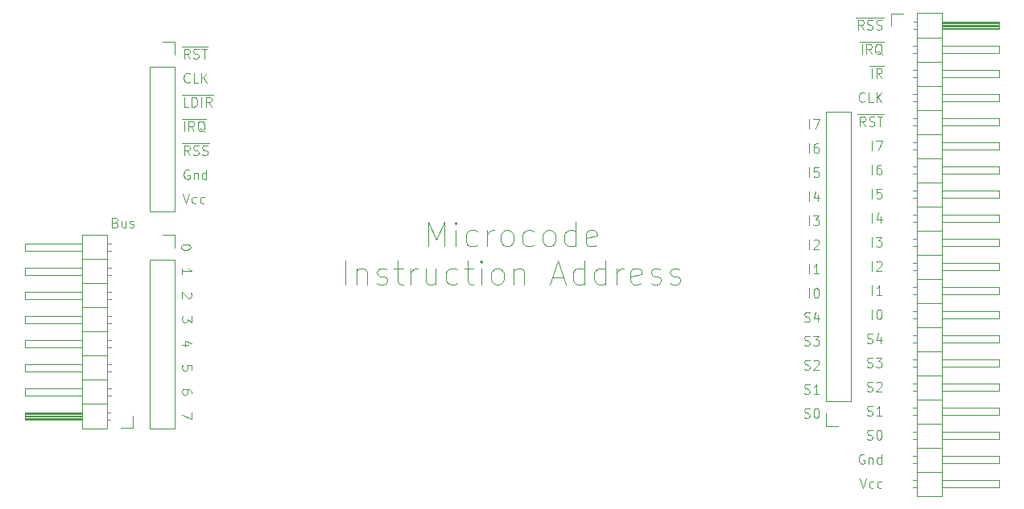
<source format=gbr>
%TF.GenerationSoftware,KiCad,Pcbnew,(6.0.0-0)*%
%TF.CreationDate,2022-08-12T09:14:49-04:00*%
%TF.ProjectId,Backplane-Instruction-Reg-2022,4261636b-706c-4616-9e65-2d496e737472,rev?*%
%TF.SameCoordinates,Original*%
%TF.FileFunction,Legend,Top*%
%TF.FilePolarity,Positive*%
%FSLAX46Y46*%
G04 Gerber Fmt 4.6, Leading zero omitted, Abs format (unit mm)*
G04 Created by KiCad (PCBNEW (6.0.0-0)) date 2022-08-12 09:14:49*
%MOMM*%
%LPD*%
G01*
G04 APERTURE LIST*
%ADD10C,0.100000*%
%ADD11C,0.120000*%
G04 APERTURE END LIST*
D10*
X180084714Y-94638761D02*
X180227571Y-94686380D01*
X180465666Y-94686380D01*
X180560904Y-94638761D01*
X180608523Y-94591142D01*
X180656142Y-94495904D01*
X180656142Y-94400666D01*
X180608523Y-94305428D01*
X180560904Y-94257809D01*
X180465666Y-94210190D01*
X180275190Y-94162571D01*
X180179952Y-94114952D01*
X180132333Y-94067333D01*
X180084714Y-93972095D01*
X180084714Y-93876857D01*
X180132333Y-93781619D01*
X180179952Y-93734000D01*
X180275190Y-93686380D01*
X180513285Y-93686380D01*
X180656142Y-93734000D01*
X181513285Y-94019714D02*
X181513285Y-94686380D01*
X181275190Y-93638761D02*
X181037095Y-94353047D01*
X181656142Y-94353047D01*
X179084714Y-70544000D02*
X180084714Y-70544000D01*
X179894238Y-71826380D02*
X179560904Y-71350190D01*
X179322809Y-71826380D02*
X179322809Y-70826380D01*
X179703761Y-70826380D01*
X179799000Y-70874000D01*
X179846619Y-70921619D01*
X179894238Y-71016857D01*
X179894238Y-71159714D01*
X179846619Y-71254952D01*
X179799000Y-71302571D01*
X179703761Y-71350190D01*
X179322809Y-71350190D01*
X180084714Y-70544000D02*
X181037095Y-70544000D01*
X180275190Y-71778761D02*
X180418047Y-71826380D01*
X180656142Y-71826380D01*
X180751380Y-71778761D01*
X180799000Y-71731142D01*
X180846619Y-71635904D01*
X180846619Y-71540666D01*
X180799000Y-71445428D01*
X180751380Y-71397809D01*
X180656142Y-71350190D01*
X180465666Y-71302571D01*
X180370428Y-71254952D01*
X180322809Y-71207333D01*
X180275190Y-71112095D01*
X180275190Y-71016857D01*
X180322809Y-70921619D01*
X180370428Y-70874000D01*
X180465666Y-70826380D01*
X180703761Y-70826380D01*
X180846619Y-70874000D01*
X181037095Y-70544000D02*
X181799000Y-70544000D01*
X181132333Y-70826380D02*
X181703761Y-70826380D01*
X181418047Y-71826380D02*
X181418047Y-70826380D01*
X109005619Y-97505337D02*
X109005619Y-97029146D01*
X108529428Y-96981527D01*
X108577047Y-97029146D01*
X108624666Y-97124384D01*
X108624666Y-97362480D01*
X108577047Y-97457718D01*
X108529428Y-97505337D01*
X108434190Y-97552956D01*
X108196095Y-97552956D01*
X108100857Y-97505337D01*
X108053238Y-97457718D01*
X108005619Y-97362480D01*
X108005619Y-97124384D01*
X108053238Y-97029146D01*
X108100857Y-96981527D01*
X108015000Y-68512242D02*
X108824523Y-68512242D01*
X108729285Y-69794622D02*
X108253095Y-69794622D01*
X108253095Y-68794622D01*
X108824523Y-68512242D02*
X109824523Y-68512242D01*
X109062619Y-69794622D02*
X109062619Y-68794622D01*
X109300714Y-68794622D01*
X109443571Y-68842242D01*
X109538809Y-68937480D01*
X109586428Y-69032718D01*
X109634047Y-69223194D01*
X109634047Y-69366051D01*
X109586428Y-69556527D01*
X109538809Y-69651765D01*
X109443571Y-69747003D01*
X109300714Y-69794622D01*
X109062619Y-69794622D01*
X109824523Y-68512242D02*
X110300714Y-68512242D01*
X110062619Y-69794622D02*
X110062619Y-68794622D01*
X110300714Y-68512242D02*
X111300714Y-68512242D01*
X111110238Y-69794622D02*
X110776904Y-69318432D01*
X110538809Y-69794622D02*
X110538809Y-68794622D01*
X110919761Y-68794622D01*
X111015000Y-68842242D01*
X111062619Y-68889861D01*
X111110238Y-68985099D01*
X111110238Y-69127956D01*
X111062619Y-69223194D01*
X111015000Y-69270813D01*
X110919761Y-69318432D01*
X110538809Y-69318432D01*
X108910380Y-89361527D02*
X108958000Y-89409146D01*
X109005619Y-89504384D01*
X109005619Y-89742480D01*
X108958000Y-89837718D01*
X108910380Y-89885337D01*
X108815142Y-89932956D01*
X108719904Y-89932956D01*
X108577047Y-89885337D01*
X108005619Y-89313908D01*
X108005619Y-89932956D01*
X108015000Y-73592242D02*
X109015000Y-73592242D01*
X108824523Y-74874622D02*
X108491190Y-74398432D01*
X108253095Y-74874622D02*
X108253095Y-73874622D01*
X108634047Y-73874622D01*
X108729285Y-73922242D01*
X108776904Y-73969861D01*
X108824523Y-74065099D01*
X108824523Y-74207956D01*
X108776904Y-74303194D01*
X108729285Y-74350813D01*
X108634047Y-74398432D01*
X108253095Y-74398432D01*
X109015000Y-73592242D02*
X109967380Y-73592242D01*
X109205476Y-74827003D02*
X109348333Y-74874622D01*
X109586428Y-74874622D01*
X109681666Y-74827003D01*
X109729285Y-74779384D01*
X109776904Y-74684146D01*
X109776904Y-74588908D01*
X109729285Y-74493670D01*
X109681666Y-74446051D01*
X109586428Y-74398432D01*
X109395952Y-74350813D01*
X109300714Y-74303194D01*
X109253095Y-74255575D01*
X109205476Y-74160337D01*
X109205476Y-74065099D01*
X109253095Y-73969861D01*
X109300714Y-73922242D01*
X109395952Y-73874622D01*
X109634047Y-73874622D01*
X109776904Y-73922242D01*
X109967380Y-73592242D02*
X110919761Y-73592242D01*
X110157857Y-74827003D02*
X110300714Y-74874622D01*
X110538809Y-74874622D01*
X110634047Y-74827003D01*
X110681666Y-74779384D01*
X110729285Y-74684146D01*
X110729285Y-74588908D01*
X110681666Y-74493670D01*
X110634047Y-74446051D01*
X110538809Y-74398432D01*
X110348333Y-74350813D01*
X110253095Y-74303194D01*
X110205476Y-74255575D01*
X110157857Y-74160337D01*
X110157857Y-74065099D01*
X110205476Y-73969861D01*
X110253095Y-73922242D01*
X110348333Y-73874622D01*
X110586428Y-73874622D01*
X110729285Y-73922242D01*
X107910380Y-84614861D02*
X107910380Y-84519622D01*
X107958000Y-84424384D01*
X108005619Y-84376765D01*
X108100857Y-84329146D01*
X108291333Y-84281527D01*
X108529428Y-84281527D01*
X108719904Y-84329146D01*
X108815142Y-84376765D01*
X108862761Y-84424384D01*
X108910380Y-84519622D01*
X108910380Y-84614861D01*
X108862761Y-84710099D01*
X108815142Y-84757718D01*
X108719904Y-84805337D01*
X108529428Y-84852956D01*
X108291333Y-84852956D01*
X108100857Y-84805337D01*
X108005619Y-84757718D01*
X107958000Y-84710099D01*
X107910380Y-84614861D01*
X174004523Y-87350380D02*
X174004523Y-86350380D01*
X175004523Y-87350380D02*
X174433095Y-87350380D01*
X174718809Y-87350380D02*
X174718809Y-86350380D01*
X174623571Y-86493238D01*
X174528333Y-86588476D01*
X174433095Y-86636095D01*
X173480714Y-102507761D02*
X173623571Y-102555380D01*
X173861666Y-102555380D01*
X173956904Y-102507761D01*
X174004523Y-102460142D01*
X174052142Y-102364904D01*
X174052142Y-102269666D01*
X174004523Y-102174428D01*
X173956904Y-102126809D01*
X173861666Y-102079190D01*
X173671190Y-102031571D01*
X173575952Y-101983952D01*
X173528333Y-101936333D01*
X173480714Y-101841095D01*
X173480714Y-101745857D01*
X173528333Y-101650619D01*
X173575952Y-101603000D01*
X173671190Y-101555380D01*
X173909285Y-101555380D01*
X174052142Y-101603000D01*
X174671190Y-101555380D02*
X174766428Y-101555380D01*
X174861666Y-101603000D01*
X174909285Y-101650619D01*
X174956904Y-101745857D01*
X175004523Y-101936333D01*
X175004523Y-102174428D01*
X174956904Y-102364904D01*
X174909285Y-102460142D01*
X174861666Y-102507761D01*
X174766428Y-102555380D01*
X174671190Y-102555380D01*
X174575952Y-102507761D01*
X174528333Y-102460142D01*
X174480714Y-102364904D01*
X174433095Y-102174428D01*
X174433095Y-101936333D01*
X174480714Y-101745857D01*
X174528333Y-101650619D01*
X174575952Y-101603000D01*
X174671190Y-101555380D01*
X108110238Y-78954622D02*
X108443571Y-79954622D01*
X108776904Y-78954622D01*
X109538809Y-79907003D02*
X109443571Y-79954622D01*
X109253095Y-79954622D01*
X109157857Y-79907003D01*
X109110238Y-79859384D01*
X109062619Y-79764146D01*
X109062619Y-79478432D01*
X109110238Y-79383194D01*
X109157857Y-79335575D01*
X109253095Y-79287956D01*
X109443571Y-79287956D01*
X109538809Y-79335575D01*
X110395952Y-79907003D02*
X110300714Y-79954622D01*
X110110238Y-79954622D01*
X110015000Y-79907003D01*
X109967380Y-79859384D01*
X109919761Y-79764146D01*
X109919761Y-79478432D01*
X109967380Y-79383194D01*
X110015000Y-79335575D01*
X110110238Y-79287956D01*
X110300714Y-79287956D01*
X110395952Y-79335575D01*
X174004523Y-82270380D02*
X174004523Y-81270380D01*
X174385476Y-81270380D02*
X175004523Y-81270380D01*
X174671190Y-81651333D01*
X174814047Y-81651333D01*
X174909285Y-81698952D01*
X174956904Y-81746571D01*
X175004523Y-81841809D01*
X175004523Y-82079904D01*
X174956904Y-82175142D01*
X174909285Y-82222761D01*
X174814047Y-82270380D01*
X174528333Y-82270380D01*
X174433095Y-82222761D01*
X174385476Y-82175142D01*
X174004523Y-74650380D02*
X174004523Y-73650380D01*
X174909285Y-73650380D02*
X174718809Y-73650380D01*
X174623571Y-73698000D01*
X174575952Y-73745619D01*
X174480714Y-73888476D01*
X174433095Y-74078952D01*
X174433095Y-74459904D01*
X174480714Y-74555142D01*
X174528333Y-74602761D01*
X174623571Y-74650380D01*
X174814047Y-74650380D01*
X174909285Y-74602761D01*
X174956904Y-74555142D01*
X175004523Y-74459904D01*
X175004523Y-74221809D01*
X174956904Y-74126571D01*
X174909285Y-74078952D01*
X174814047Y-74031333D01*
X174623571Y-74031333D01*
X174528333Y-74078952D01*
X174480714Y-74126571D01*
X174433095Y-74221809D01*
X108015000Y-63432242D02*
X109015000Y-63432242D01*
X108824523Y-64714622D02*
X108491190Y-64238432D01*
X108253095Y-64714622D02*
X108253095Y-63714622D01*
X108634047Y-63714622D01*
X108729285Y-63762242D01*
X108776904Y-63809861D01*
X108824523Y-63905099D01*
X108824523Y-64047956D01*
X108776904Y-64143194D01*
X108729285Y-64190813D01*
X108634047Y-64238432D01*
X108253095Y-64238432D01*
X109015000Y-63432242D02*
X109967380Y-63432242D01*
X109205476Y-64667003D02*
X109348333Y-64714622D01*
X109586428Y-64714622D01*
X109681666Y-64667003D01*
X109729285Y-64619384D01*
X109776904Y-64524146D01*
X109776904Y-64428908D01*
X109729285Y-64333670D01*
X109681666Y-64286051D01*
X109586428Y-64238432D01*
X109395952Y-64190813D01*
X109300714Y-64143194D01*
X109253095Y-64095575D01*
X109205476Y-64000337D01*
X109205476Y-63905099D01*
X109253095Y-63809861D01*
X109300714Y-63762242D01*
X109395952Y-63714622D01*
X109634047Y-63714622D01*
X109776904Y-63762242D01*
X109967380Y-63432242D02*
X110729285Y-63432242D01*
X110062619Y-63714622D02*
X110634047Y-63714622D01*
X110348333Y-64714622D02*
X110348333Y-63714622D01*
X174004523Y-89890380D02*
X174004523Y-88890380D01*
X174671190Y-88890380D02*
X174766428Y-88890380D01*
X174861666Y-88938000D01*
X174909285Y-88985619D01*
X174956904Y-89080857D01*
X175004523Y-89271333D01*
X175004523Y-89509428D01*
X174956904Y-89699904D01*
X174909285Y-89795142D01*
X174861666Y-89842761D01*
X174766428Y-89890380D01*
X174671190Y-89890380D01*
X174575952Y-89842761D01*
X174528333Y-89795142D01*
X174480714Y-89699904D01*
X174433095Y-89509428D01*
X174433095Y-89271333D01*
X174480714Y-89080857D01*
X174528333Y-88985619D01*
X174575952Y-88938000D01*
X174671190Y-88890380D01*
X108776904Y-76462242D02*
X108681666Y-76414622D01*
X108538809Y-76414622D01*
X108395952Y-76462242D01*
X108300714Y-76557480D01*
X108253095Y-76652718D01*
X108205476Y-76843194D01*
X108205476Y-76986051D01*
X108253095Y-77176527D01*
X108300714Y-77271765D01*
X108395952Y-77367003D01*
X108538809Y-77414622D01*
X108634047Y-77414622D01*
X108776904Y-77367003D01*
X108824523Y-77319384D01*
X108824523Y-76986051D01*
X108634047Y-76986051D01*
X109253095Y-76747956D02*
X109253095Y-77414622D01*
X109253095Y-76843194D02*
X109300714Y-76795575D01*
X109395952Y-76747956D01*
X109538809Y-76747956D01*
X109634047Y-76795575D01*
X109681666Y-76890813D01*
X109681666Y-77414622D01*
X110586428Y-77414622D02*
X110586428Y-76414622D01*
X110586428Y-77367003D02*
X110491190Y-77414622D01*
X110300714Y-77414622D01*
X110205476Y-77367003D01*
X110157857Y-77319384D01*
X110110238Y-77224146D01*
X110110238Y-76938432D01*
X110157857Y-76843194D01*
X110205476Y-76795575D01*
X110300714Y-76747956D01*
X110491190Y-76747956D01*
X110586428Y-76795575D01*
X108672285Y-94917718D02*
X108005619Y-94917718D01*
X109053238Y-94679622D02*
X108338952Y-94441527D01*
X108338952Y-95060575D01*
X108015000Y-71052242D02*
X108491190Y-71052242D01*
X108253095Y-72334622D02*
X108253095Y-71334622D01*
X108491190Y-71052242D02*
X109491190Y-71052242D01*
X109300714Y-72334622D02*
X108967380Y-71858432D01*
X108729285Y-72334622D02*
X108729285Y-71334622D01*
X109110238Y-71334622D01*
X109205476Y-71382242D01*
X109253095Y-71429861D01*
X109300714Y-71525099D01*
X109300714Y-71667956D01*
X109253095Y-71763194D01*
X109205476Y-71810813D01*
X109110238Y-71858432D01*
X108729285Y-71858432D01*
X109491190Y-71052242D02*
X110538809Y-71052242D01*
X110395952Y-72429861D02*
X110300714Y-72382242D01*
X110205476Y-72287003D01*
X110062619Y-72144146D01*
X109967380Y-72096527D01*
X109872142Y-72096527D01*
X109919761Y-72334622D02*
X109824523Y-72287003D01*
X109729285Y-72191765D01*
X109681666Y-72001289D01*
X109681666Y-71667956D01*
X109729285Y-71477480D01*
X109824523Y-71382242D01*
X109919761Y-71334622D01*
X110110238Y-71334622D01*
X110205476Y-71382242D01*
X110300714Y-71477480D01*
X110348333Y-71667956D01*
X110348333Y-72001289D01*
X110300714Y-72191765D01*
X110205476Y-72287003D01*
X110110238Y-72334622D01*
X109919761Y-72334622D01*
X173480714Y-92382761D02*
X173623571Y-92430380D01*
X173861666Y-92430380D01*
X173956904Y-92382761D01*
X174004523Y-92335142D01*
X174052142Y-92239904D01*
X174052142Y-92144666D01*
X174004523Y-92049428D01*
X173956904Y-92001809D01*
X173861666Y-91954190D01*
X173671190Y-91906571D01*
X173575952Y-91858952D01*
X173528333Y-91811333D01*
X173480714Y-91716095D01*
X173480714Y-91620857D01*
X173528333Y-91525619D01*
X173575952Y-91478000D01*
X173671190Y-91430380D01*
X173909285Y-91430380D01*
X174052142Y-91478000D01*
X174909285Y-91763714D02*
X174909285Y-92430380D01*
X174671190Y-91382761D02*
X174433095Y-92097047D01*
X175052142Y-92097047D01*
X174004523Y-84810380D02*
X174004523Y-83810380D01*
X174433095Y-83905619D02*
X174480714Y-83858000D01*
X174575952Y-83810380D01*
X174814047Y-83810380D01*
X174909285Y-83858000D01*
X174956904Y-83905619D01*
X175004523Y-84000857D01*
X175004523Y-84096095D01*
X174956904Y-84238952D01*
X174385476Y-84810380D01*
X175004523Y-84810380D01*
X109005619Y-99997718D02*
X109005619Y-99807242D01*
X108958000Y-99712003D01*
X108910380Y-99664384D01*
X108767523Y-99569146D01*
X108577047Y-99521527D01*
X108196095Y-99521527D01*
X108100857Y-99569146D01*
X108053238Y-99616765D01*
X108005619Y-99712003D01*
X108005619Y-99902480D01*
X108053238Y-99997718D01*
X108100857Y-100045337D01*
X108196095Y-100092956D01*
X108434190Y-100092956D01*
X108529428Y-100045337D01*
X108577047Y-99997718D01*
X108624666Y-99902480D01*
X108624666Y-99712003D01*
X108577047Y-99616765D01*
X108529428Y-99569146D01*
X108434190Y-99521527D01*
X174004523Y-72110380D02*
X174004523Y-71110380D01*
X174385476Y-71110380D02*
X175052142Y-71110380D01*
X174623571Y-72110380D01*
X108005619Y-87392956D02*
X108005619Y-86821527D01*
X108005619Y-87107242D02*
X109005619Y-87107242D01*
X108862761Y-87012003D01*
X108767523Y-86916765D01*
X108719904Y-86821527D01*
X173480714Y-94887761D02*
X173623571Y-94935380D01*
X173861666Y-94935380D01*
X173956904Y-94887761D01*
X174004523Y-94840142D01*
X174052142Y-94744904D01*
X174052142Y-94649666D01*
X174004523Y-94554428D01*
X173956904Y-94506809D01*
X173861666Y-94459190D01*
X173671190Y-94411571D01*
X173575952Y-94363952D01*
X173528333Y-94316333D01*
X173480714Y-94221095D01*
X173480714Y-94125857D01*
X173528333Y-94030619D01*
X173575952Y-93983000D01*
X173671190Y-93935380D01*
X173909285Y-93935380D01*
X174052142Y-93983000D01*
X174385476Y-93935380D02*
X175004523Y-93935380D01*
X174671190Y-94316333D01*
X174814047Y-94316333D01*
X174909285Y-94363952D01*
X174956904Y-94411571D01*
X175004523Y-94506809D01*
X175004523Y-94744904D01*
X174956904Y-94840142D01*
X174909285Y-94887761D01*
X174814047Y-94935380D01*
X174528333Y-94935380D01*
X174433095Y-94887761D01*
X174385476Y-94840142D01*
X174004523Y-77190380D02*
X174004523Y-76190380D01*
X174956904Y-76190380D02*
X174480714Y-76190380D01*
X174433095Y-76666571D01*
X174480714Y-76618952D01*
X174575952Y-76571333D01*
X174814047Y-76571333D01*
X174909285Y-76618952D01*
X174956904Y-76666571D01*
X175004523Y-76761809D01*
X175004523Y-76999904D01*
X174956904Y-77095142D01*
X174909285Y-77142761D01*
X174814047Y-77190380D01*
X174575952Y-77190380D01*
X174480714Y-77142761D01*
X174433095Y-77095142D01*
X109005619Y-102013908D02*
X109005619Y-102680575D01*
X108005619Y-102252003D01*
X109005619Y-91853908D02*
X109005619Y-92472956D01*
X108624666Y-92139622D01*
X108624666Y-92282480D01*
X108577047Y-92377718D01*
X108529428Y-92425337D01*
X108434190Y-92472956D01*
X108196095Y-92472956D01*
X108100857Y-92425337D01*
X108053238Y-92377718D01*
X108005619Y-92282480D01*
X108005619Y-91996765D01*
X108053238Y-91901527D01*
X108100857Y-91853908D01*
X173480714Y-97427761D02*
X173623571Y-97475380D01*
X173861666Y-97475380D01*
X173956904Y-97427761D01*
X174004523Y-97380142D01*
X174052142Y-97284904D01*
X174052142Y-97189666D01*
X174004523Y-97094428D01*
X173956904Y-97046809D01*
X173861666Y-96999190D01*
X173671190Y-96951571D01*
X173575952Y-96903952D01*
X173528333Y-96856333D01*
X173480714Y-96761095D01*
X173480714Y-96665857D01*
X173528333Y-96570619D01*
X173575952Y-96523000D01*
X173671190Y-96475380D01*
X173909285Y-96475380D01*
X174052142Y-96523000D01*
X174433095Y-96570619D02*
X174480714Y-96523000D01*
X174575952Y-96475380D01*
X174814047Y-96475380D01*
X174909285Y-96523000D01*
X174956904Y-96570619D01*
X175004523Y-96665857D01*
X175004523Y-96761095D01*
X174956904Y-96903952D01*
X174385476Y-97475380D01*
X175004523Y-97475380D01*
X174004523Y-79730380D02*
X174004523Y-78730380D01*
X174909285Y-79063714D02*
X174909285Y-79730380D01*
X174671190Y-78682761D02*
X174433095Y-79397047D01*
X175052142Y-79397047D01*
X108824523Y-67159384D02*
X108776904Y-67207003D01*
X108634047Y-67254622D01*
X108538809Y-67254622D01*
X108395952Y-67207003D01*
X108300714Y-67111765D01*
X108253095Y-67016527D01*
X108205476Y-66826051D01*
X108205476Y-66683194D01*
X108253095Y-66492718D01*
X108300714Y-66397480D01*
X108395952Y-66302242D01*
X108538809Y-66254622D01*
X108634047Y-66254622D01*
X108776904Y-66302242D01*
X108824523Y-66349861D01*
X109729285Y-67254622D02*
X109253095Y-67254622D01*
X109253095Y-66254622D01*
X110062619Y-67254622D02*
X110062619Y-66254622D01*
X110634047Y-67254622D02*
X110205476Y-66683194D01*
X110634047Y-66254622D02*
X110062619Y-66826051D01*
X173480714Y-99967761D02*
X173623571Y-100015380D01*
X173861666Y-100015380D01*
X173956904Y-99967761D01*
X174004523Y-99920142D01*
X174052142Y-99824904D01*
X174052142Y-99729666D01*
X174004523Y-99634428D01*
X173956904Y-99586809D01*
X173861666Y-99539190D01*
X173671190Y-99491571D01*
X173575952Y-99443952D01*
X173528333Y-99396333D01*
X173480714Y-99301095D01*
X173480714Y-99205857D01*
X173528333Y-99110619D01*
X173575952Y-99063000D01*
X173671190Y-99015380D01*
X173909285Y-99015380D01*
X174052142Y-99063000D01*
X175004523Y-100015380D02*
X174433095Y-100015380D01*
X174718809Y-100015380D02*
X174718809Y-99015380D01*
X174623571Y-99158238D01*
X174528333Y-99253476D01*
X174433095Y-99301095D01*
X180084714Y-102258761D02*
X180227571Y-102306380D01*
X180465666Y-102306380D01*
X180560904Y-102258761D01*
X180608523Y-102211142D01*
X180656142Y-102115904D01*
X180656142Y-102020666D01*
X180608523Y-101925428D01*
X180560904Y-101877809D01*
X180465666Y-101830190D01*
X180275190Y-101782571D01*
X180179952Y-101734952D01*
X180132333Y-101687333D01*
X180084714Y-101592095D01*
X180084714Y-101496857D01*
X180132333Y-101401619D01*
X180179952Y-101354000D01*
X180275190Y-101306380D01*
X180513285Y-101306380D01*
X180656142Y-101354000D01*
X181608523Y-102306380D02*
X181037095Y-102306380D01*
X181322809Y-102306380D02*
X181322809Y-101306380D01*
X181227571Y-101449238D01*
X181132333Y-101544476D01*
X181037095Y-101592095D01*
X180084714Y-104798761D02*
X180227571Y-104846380D01*
X180465666Y-104846380D01*
X180560904Y-104798761D01*
X180608523Y-104751142D01*
X180656142Y-104655904D01*
X180656142Y-104560666D01*
X180608523Y-104465428D01*
X180560904Y-104417809D01*
X180465666Y-104370190D01*
X180275190Y-104322571D01*
X180179952Y-104274952D01*
X180132333Y-104227333D01*
X180084714Y-104132095D01*
X180084714Y-104036857D01*
X180132333Y-103941619D01*
X180179952Y-103894000D01*
X180275190Y-103846380D01*
X180513285Y-103846380D01*
X180656142Y-103894000D01*
X181275190Y-103846380D02*
X181370428Y-103846380D01*
X181465666Y-103894000D01*
X181513285Y-103941619D01*
X181560904Y-104036857D01*
X181608523Y-104227333D01*
X181608523Y-104465428D01*
X181560904Y-104655904D01*
X181513285Y-104751142D01*
X181465666Y-104798761D01*
X181370428Y-104846380D01*
X181275190Y-104846380D01*
X181179952Y-104798761D01*
X181132333Y-104751142D01*
X181084714Y-104655904D01*
X181037095Y-104465428D01*
X181037095Y-104227333D01*
X181084714Y-104036857D01*
X181132333Y-103941619D01*
X181179952Y-103894000D01*
X181275190Y-103846380D01*
X180608523Y-81986380D02*
X180608523Y-80986380D01*
X181513285Y-81319714D02*
X181513285Y-81986380D01*
X181275190Y-80938761D02*
X181037095Y-81653047D01*
X181656142Y-81653047D01*
X180608523Y-79446380D02*
X180608523Y-78446380D01*
X181560904Y-78446380D02*
X181084714Y-78446380D01*
X181037095Y-78922571D01*
X181084714Y-78874952D01*
X181179952Y-78827333D01*
X181418047Y-78827333D01*
X181513285Y-78874952D01*
X181560904Y-78922571D01*
X181608523Y-79017809D01*
X181608523Y-79255904D01*
X181560904Y-79351142D01*
X181513285Y-79398761D01*
X181418047Y-79446380D01*
X181179952Y-79446380D01*
X181084714Y-79398761D01*
X181037095Y-79351142D01*
X179275190Y-62924000D02*
X179751380Y-62924000D01*
X179513285Y-64206380D02*
X179513285Y-63206380D01*
X179751380Y-62924000D02*
X180751380Y-62924000D01*
X180560904Y-64206380D02*
X180227571Y-63730190D01*
X179989476Y-64206380D02*
X179989476Y-63206380D01*
X180370428Y-63206380D01*
X180465666Y-63254000D01*
X180513285Y-63301619D01*
X180560904Y-63396857D01*
X180560904Y-63539714D01*
X180513285Y-63634952D01*
X180465666Y-63682571D01*
X180370428Y-63730190D01*
X179989476Y-63730190D01*
X180751380Y-62924000D02*
X181799000Y-62924000D01*
X181656142Y-64301619D02*
X181560904Y-64254000D01*
X181465666Y-64158761D01*
X181322809Y-64015904D01*
X181227571Y-63968285D01*
X181132333Y-63968285D01*
X181179952Y-64206380D02*
X181084714Y-64158761D01*
X180989476Y-64063523D01*
X180941857Y-63873047D01*
X180941857Y-63539714D01*
X180989476Y-63349238D01*
X181084714Y-63254000D01*
X181179952Y-63206380D01*
X181370428Y-63206380D01*
X181465666Y-63254000D01*
X181560904Y-63349238D01*
X181608523Y-63539714D01*
X181608523Y-63873047D01*
X181560904Y-64063523D01*
X181465666Y-64158761D01*
X181370428Y-64206380D01*
X181179952Y-64206380D01*
X180084714Y-99718761D02*
X180227571Y-99766380D01*
X180465666Y-99766380D01*
X180560904Y-99718761D01*
X180608523Y-99671142D01*
X180656142Y-99575904D01*
X180656142Y-99480666D01*
X180608523Y-99385428D01*
X180560904Y-99337809D01*
X180465666Y-99290190D01*
X180275190Y-99242571D01*
X180179952Y-99194952D01*
X180132333Y-99147333D01*
X180084714Y-99052095D01*
X180084714Y-98956857D01*
X180132333Y-98861619D01*
X180179952Y-98814000D01*
X180275190Y-98766380D01*
X180513285Y-98766380D01*
X180656142Y-98814000D01*
X181037095Y-98861619D02*
X181084714Y-98814000D01*
X181179952Y-98766380D01*
X181418047Y-98766380D01*
X181513285Y-98814000D01*
X181560904Y-98861619D01*
X181608523Y-98956857D01*
X181608523Y-99052095D01*
X181560904Y-99194952D01*
X180989476Y-99766380D01*
X181608523Y-99766380D01*
X178894238Y-60384000D02*
X179894238Y-60384000D01*
X179703761Y-61666380D02*
X179370428Y-61190190D01*
X179132333Y-61666380D02*
X179132333Y-60666380D01*
X179513285Y-60666380D01*
X179608523Y-60714000D01*
X179656142Y-60761619D01*
X179703761Y-60856857D01*
X179703761Y-60999714D01*
X179656142Y-61094952D01*
X179608523Y-61142571D01*
X179513285Y-61190190D01*
X179132333Y-61190190D01*
X179894238Y-60384000D02*
X180846619Y-60384000D01*
X180084714Y-61618761D02*
X180227571Y-61666380D01*
X180465666Y-61666380D01*
X180560904Y-61618761D01*
X180608523Y-61571142D01*
X180656142Y-61475904D01*
X180656142Y-61380666D01*
X180608523Y-61285428D01*
X180560904Y-61237809D01*
X180465666Y-61190190D01*
X180275190Y-61142571D01*
X180179952Y-61094952D01*
X180132333Y-61047333D01*
X180084714Y-60952095D01*
X180084714Y-60856857D01*
X180132333Y-60761619D01*
X180179952Y-60714000D01*
X180275190Y-60666380D01*
X180513285Y-60666380D01*
X180656142Y-60714000D01*
X180846619Y-60384000D02*
X181799000Y-60384000D01*
X181037095Y-61618761D02*
X181179952Y-61666380D01*
X181418047Y-61666380D01*
X181513285Y-61618761D01*
X181560904Y-61571142D01*
X181608523Y-61475904D01*
X181608523Y-61380666D01*
X181560904Y-61285428D01*
X181513285Y-61237809D01*
X181418047Y-61190190D01*
X181227571Y-61142571D01*
X181132333Y-61094952D01*
X181084714Y-61047333D01*
X181037095Y-60952095D01*
X181037095Y-60856857D01*
X181084714Y-60761619D01*
X181132333Y-60714000D01*
X181227571Y-60666380D01*
X181465666Y-60666380D01*
X181608523Y-60714000D01*
X180608523Y-74366380D02*
X180608523Y-73366380D01*
X180989476Y-73366380D02*
X181656142Y-73366380D01*
X181227571Y-74366380D01*
X180608523Y-76906380D02*
X180608523Y-75906380D01*
X181513285Y-75906380D02*
X181322809Y-75906380D01*
X181227571Y-75954000D01*
X181179952Y-76001619D01*
X181084714Y-76144476D01*
X181037095Y-76334952D01*
X181037095Y-76715904D01*
X181084714Y-76811142D01*
X181132333Y-76858761D01*
X181227571Y-76906380D01*
X181418047Y-76906380D01*
X181513285Y-76858761D01*
X181560904Y-76811142D01*
X181608523Y-76715904D01*
X181608523Y-76477809D01*
X181560904Y-76382571D01*
X181513285Y-76334952D01*
X181418047Y-76287333D01*
X181227571Y-76287333D01*
X181132333Y-76334952D01*
X181084714Y-76382571D01*
X181037095Y-76477809D01*
X133938476Y-84462452D02*
X133938476Y-81962452D01*
X134771809Y-83748166D01*
X135605142Y-81962452D01*
X135605142Y-84462452D01*
X136795619Y-84462452D02*
X136795619Y-82795785D01*
X136795619Y-81962452D02*
X136676571Y-82081500D01*
X136795619Y-82200547D01*
X136914666Y-82081500D01*
X136795619Y-81962452D01*
X136795619Y-82200547D01*
X139057523Y-84343404D02*
X138819428Y-84462452D01*
X138343238Y-84462452D01*
X138105142Y-84343404D01*
X137986095Y-84224357D01*
X137867047Y-83986261D01*
X137867047Y-83271976D01*
X137986095Y-83033880D01*
X138105142Y-82914833D01*
X138343238Y-82795785D01*
X138819428Y-82795785D01*
X139057523Y-82914833D01*
X140128952Y-84462452D02*
X140128952Y-82795785D01*
X140128952Y-83271976D02*
X140248000Y-83033880D01*
X140367047Y-82914833D01*
X140605142Y-82795785D01*
X140843238Y-82795785D01*
X142033714Y-84462452D02*
X141795619Y-84343404D01*
X141676571Y-84224357D01*
X141557523Y-83986261D01*
X141557523Y-83271976D01*
X141676571Y-83033880D01*
X141795619Y-82914833D01*
X142033714Y-82795785D01*
X142390857Y-82795785D01*
X142628952Y-82914833D01*
X142748000Y-83033880D01*
X142867047Y-83271976D01*
X142867047Y-83986261D01*
X142748000Y-84224357D01*
X142628952Y-84343404D01*
X142390857Y-84462452D01*
X142033714Y-84462452D01*
X145009904Y-84343404D02*
X144771809Y-84462452D01*
X144295619Y-84462452D01*
X144057523Y-84343404D01*
X143938476Y-84224357D01*
X143819428Y-83986261D01*
X143819428Y-83271976D01*
X143938476Y-83033880D01*
X144057523Y-82914833D01*
X144295619Y-82795785D01*
X144771809Y-82795785D01*
X145009904Y-82914833D01*
X146438476Y-84462452D02*
X146200380Y-84343404D01*
X146081333Y-84224357D01*
X145962285Y-83986261D01*
X145962285Y-83271976D01*
X146081333Y-83033880D01*
X146200380Y-82914833D01*
X146438476Y-82795785D01*
X146795619Y-82795785D01*
X147033714Y-82914833D01*
X147152761Y-83033880D01*
X147271809Y-83271976D01*
X147271809Y-83986261D01*
X147152761Y-84224357D01*
X147033714Y-84343404D01*
X146795619Y-84462452D01*
X146438476Y-84462452D01*
X149414666Y-84462452D02*
X149414666Y-81962452D01*
X149414666Y-84343404D02*
X149176571Y-84462452D01*
X148700380Y-84462452D01*
X148462285Y-84343404D01*
X148343238Y-84224357D01*
X148224190Y-83986261D01*
X148224190Y-83271976D01*
X148343238Y-83033880D01*
X148462285Y-82914833D01*
X148700380Y-82795785D01*
X149176571Y-82795785D01*
X149414666Y-82914833D01*
X151557523Y-84343404D02*
X151319428Y-84462452D01*
X150843238Y-84462452D01*
X150605142Y-84343404D01*
X150486095Y-84105309D01*
X150486095Y-83152928D01*
X150605142Y-82914833D01*
X150843238Y-82795785D01*
X151319428Y-82795785D01*
X151557523Y-82914833D01*
X151676571Y-83152928D01*
X151676571Y-83391023D01*
X150486095Y-83629119D01*
X125188476Y-88487452D02*
X125188476Y-85987452D01*
X126378952Y-86820785D02*
X126378952Y-88487452D01*
X126378952Y-87058880D02*
X126498000Y-86939833D01*
X126736095Y-86820785D01*
X127093238Y-86820785D01*
X127331333Y-86939833D01*
X127450380Y-87177928D01*
X127450380Y-88487452D01*
X128521809Y-88368404D02*
X128759904Y-88487452D01*
X129236095Y-88487452D01*
X129474190Y-88368404D01*
X129593238Y-88130309D01*
X129593238Y-88011261D01*
X129474190Y-87773166D01*
X129236095Y-87654119D01*
X128878952Y-87654119D01*
X128640857Y-87535071D01*
X128521809Y-87296976D01*
X128521809Y-87177928D01*
X128640857Y-86939833D01*
X128878952Y-86820785D01*
X129236095Y-86820785D01*
X129474190Y-86939833D01*
X130307523Y-86820785D02*
X131259904Y-86820785D01*
X130664666Y-85987452D02*
X130664666Y-88130309D01*
X130783714Y-88368404D01*
X131021809Y-88487452D01*
X131259904Y-88487452D01*
X132093238Y-88487452D02*
X132093238Y-86820785D01*
X132093238Y-87296976D02*
X132212285Y-87058880D01*
X132331333Y-86939833D01*
X132569428Y-86820785D01*
X132807523Y-86820785D01*
X134712285Y-86820785D02*
X134712285Y-88487452D01*
X133640857Y-86820785D02*
X133640857Y-88130309D01*
X133759904Y-88368404D01*
X133998000Y-88487452D01*
X134355142Y-88487452D01*
X134593238Y-88368404D01*
X134712285Y-88249357D01*
X136974190Y-88368404D02*
X136736095Y-88487452D01*
X136259904Y-88487452D01*
X136021809Y-88368404D01*
X135902761Y-88249357D01*
X135783714Y-88011261D01*
X135783714Y-87296976D01*
X135902761Y-87058880D01*
X136021809Y-86939833D01*
X136259904Y-86820785D01*
X136736095Y-86820785D01*
X136974190Y-86939833D01*
X137688476Y-86820785D02*
X138640857Y-86820785D01*
X138045619Y-85987452D02*
X138045619Y-88130309D01*
X138164666Y-88368404D01*
X138402761Y-88487452D01*
X138640857Y-88487452D01*
X139474190Y-88487452D02*
X139474190Y-86820785D01*
X139474190Y-85987452D02*
X139355142Y-86106500D01*
X139474190Y-86225547D01*
X139593238Y-86106500D01*
X139474190Y-85987452D01*
X139474190Y-86225547D01*
X141021809Y-88487452D02*
X140783714Y-88368404D01*
X140664666Y-88249357D01*
X140545619Y-88011261D01*
X140545619Y-87296976D01*
X140664666Y-87058880D01*
X140783714Y-86939833D01*
X141021809Y-86820785D01*
X141378952Y-86820785D01*
X141617047Y-86939833D01*
X141736095Y-87058880D01*
X141855142Y-87296976D01*
X141855142Y-88011261D01*
X141736095Y-88249357D01*
X141617047Y-88368404D01*
X141378952Y-88487452D01*
X141021809Y-88487452D01*
X142926571Y-86820785D02*
X142926571Y-88487452D01*
X142926571Y-87058880D02*
X143045619Y-86939833D01*
X143283714Y-86820785D01*
X143640857Y-86820785D01*
X143878952Y-86939833D01*
X143998000Y-87177928D01*
X143998000Y-88487452D01*
X146974190Y-87773166D02*
X148164666Y-87773166D01*
X146736095Y-88487452D02*
X147569428Y-85987452D01*
X148402761Y-88487452D01*
X150307523Y-88487452D02*
X150307523Y-85987452D01*
X150307523Y-88368404D02*
X150069428Y-88487452D01*
X149593238Y-88487452D01*
X149355142Y-88368404D01*
X149236095Y-88249357D01*
X149117047Y-88011261D01*
X149117047Y-87296976D01*
X149236095Y-87058880D01*
X149355142Y-86939833D01*
X149593238Y-86820785D01*
X150069428Y-86820785D01*
X150307523Y-86939833D01*
X152569428Y-88487452D02*
X152569428Y-85987452D01*
X152569428Y-88368404D02*
X152331333Y-88487452D01*
X151855142Y-88487452D01*
X151617047Y-88368404D01*
X151498000Y-88249357D01*
X151378952Y-88011261D01*
X151378952Y-87296976D01*
X151498000Y-87058880D01*
X151617047Y-86939833D01*
X151855142Y-86820785D01*
X152331333Y-86820785D01*
X152569428Y-86939833D01*
X153759904Y-88487452D02*
X153759904Y-86820785D01*
X153759904Y-87296976D02*
X153878952Y-87058880D01*
X153998000Y-86939833D01*
X154236095Y-86820785D01*
X154474190Y-86820785D01*
X156259904Y-88368404D02*
X156021809Y-88487452D01*
X155545619Y-88487452D01*
X155307523Y-88368404D01*
X155188476Y-88130309D01*
X155188476Y-87177928D01*
X155307523Y-86939833D01*
X155545619Y-86820785D01*
X156021809Y-86820785D01*
X156259904Y-86939833D01*
X156378952Y-87177928D01*
X156378952Y-87416023D01*
X155188476Y-87654119D01*
X157331333Y-88368404D02*
X157569428Y-88487452D01*
X158045619Y-88487452D01*
X158283714Y-88368404D01*
X158402761Y-88130309D01*
X158402761Y-88011261D01*
X158283714Y-87773166D01*
X158045619Y-87654119D01*
X157688476Y-87654119D01*
X157450380Y-87535071D01*
X157331333Y-87296976D01*
X157331333Y-87177928D01*
X157450380Y-86939833D01*
X157688476Y-86820785D01*
X158045619Y-86820785D01*
X158283714Y-86939833D01*
X159355142Y-88368404D02*
X159593238Y-88487452D01*
X160069428Y-88487452D01*
X160307523Y-88368404D01*
X160426571Y-88130309D01*
X160426571Y-88011261D01*
X160307523Y-87773166D01*
X160069428Y-87654119D01*
X159712285Y-87654119D01*
X159474190Y-87535071D01*
X159355142Y-87296976D01*
X159355142Y-87177928D01*
X159474190Y-86939833D01*
X159712285Y-86820785D01*
X160069428Y-86820785D01*
X160307523Y-86939833D01*
X101011285Y-81970571D02*
X101154142Y-82018190D01*
X101201761Y-82065809D01*
X101249380Y-82161047D01*
X101249380Y-82303904D01*
X101201761Y-82399142D01*
X101154142Y-82446761D01*
X101058904Y-82494380D01*
X100677952Y-82494380D01*
X100677952Y-81494380D01*
X101011285Y-81494380D01*
X101106523Y-81542000D01*
X101154142Y-81589619D01*
X101201761Y-81684857D01*
X101201761Y-81780095D01*
X101154142Y-81875333D01*
X101106523Y-81922952D01*
X101011285Y-81970571D01*
X100677952Y-81970571D01*
X102106523Y-81827714D02*
X102106523Y-82494380D01*
X101677952Y-81827714D02*
X101677952Y-82351523D01*
X101725571Y-82446761D01*
X101820809Y-82494380D01*
X101963666Y-82494380D01*
X102058904Y-82446761D01*
X102106523Y-82399142D01*
X102535095Y-82446761D02*
X102630333Y-82494380D01*
X102820809Y-82494380D01*
X102916047Y-82446761D01*
X102963666Y-82351523D01*
X102963666Y-82303904D01*
X102916047Y-82208666D01*
X102820809Y-82161047D01*
X102677952Y-82161047D01*
X102582714Y-82113428D01*
X102535095Y-82018190D01*
X102535095Y-81970571D01*
X102582714Y-81875333D01*
X102677952Y-81827714D01*
X102820809Y-81827714D01*
X102916047Y-81875333D01*
X180322809Y-65464000D02*
X180799000Y-65464000D01*
X180560904Y-66746380D02*
X180560904Y-65746380D01*
X180799000Y-65464000D02*
X181799000Y-65464000D01*
X181608523Y-66746380D02*
X181275190Y-66270190D01*
X181037095Y-66746380D02*
X181037095Y-65746380D01*
X181418047Y-65746380D01*
X181513285Y-65794000D01*
X181560904Y-65841619D01*
X181608523Y-65936857D01*
X181608523Y-66079714D01*
X181560904Y-66174952D01*
X181513285Y-66222571D01*
X181418047Y-66270190D01*
X181037095Y-66270190D01*
X179751380Y-106434000D02*
X179656142Y-106386380D01*
X179513285Y-106386380D01*
X179370428Y-106434000D01*
X179275190Y-106529238D01*
X179227571Y-106624476D01*
X179179952Y-106814952D01*
X179179952Y-106957809D01*
X179227571Y-107148285D01*
X179275190Y-107243523D01*
X179370428Y-107338761D01*
X179513285Y-107386380D01*
X179608523Y-107386380D01*
X179751380Y-107338761D01*
X179799000Y-107291142D01*
X179799000Y-106957809D01*
X179608523Y-106957809D01*
X180227571Y-106719714D02*
X180227571Y-107386380D01*
X180227571Y-106814952D02*
X180275190Y-106767333D01*
X180370428Y-106719714D01*
X180513285Y-106719714D01*
X180608523Y-106767333D01*
X180656142Y-106862571D01*
X180656142Y-107386380D01*
X181560904Y-107386380D02*
X181560904Y-106386380D01*
X181560904Y-107338761D02*
X181465666Y-107386380D01*
X181275190Y-107386380D01*
X181179952Y-107338761D01*
X181132333Y-107291142D01*
X181084714Y-107195904D01*
X181084714Y-106910190D01*
X181132333Y-106814952D01*
X181179952Y-106767333D01*
X181275190Y-106719714D01*
X181465666Y-106719714D01*
X181560904Y-106767333D01*
X180084714Y-97178761D02*
X180227571Y-97226380D01*
X180465666Y-97226380D01*
X180560904Y-97178761D01*
X180608523Y-97131142D01*
X180656142Y-97035904D01*
X180656142Y-96940666D01*
X180608523Y-96845428D01*
X180560904Y-96797809D01*
X180465666Y-96750190D01*
X180275190Y-96702571D01*
X180179952Y-96654952D01*
X180132333Y-96607333D01*
X180084714Y-96512095D01*
X180084714Y-96416857D01*
X180132333Y-96321619D01*
X180179952Y-96274000D01*
X180275190Y-96226380D01*
X180513285Y-96226380D01*
X180656142Y-96274000D01*
X180989476Y-96226380D02*
X181608523Y-96226380D01*
X181275190Y-96607333D01*
X181418047Y-96607333D01*
X181513285Y-96654952D01*
X181560904Y-96702571D01*
X181608523Y-96797809D01*
X181608523Y-97035904D01*
X181560904Y-97131142D01*
X181513285Y-97178761D01*
X181418047Y-97226380D01*
X181132333Y-97226380D01*
X181037095Y-97178761D01*
X180989476Y-97131142D01*
X180608523Y-89606380D02*
X180608523Y-88606380D01*
X181608523Y-89606380D02*
X181037095Y-89606380D01*
X181322809Y-89606380D02*
X181322809Y-88606380D01*
X181227571Y-88749238D01*
X181132333Y-88844476D01*
X181037095Y-88892095D01*
X180608523Y-84526380D02*
X180608523Y-83526380D01*
X180989476Y-83526380D02*
X181608523Y-83526380D01*
X181275190Y-83907333D01*
X181418047Y-83907333D01*
X181513285Y-83954952D01*
X181560904Y-84002571D01*
X181608523Y-84097809D01*
X181608523Y-84335904D01*
X181560904Y-84431142D01*
X181513285Y-84478761D01*
X181418047Y-84526380D01*
X181132333Y-84526380D01*
X181037095Y-84478761D01*
X180989476Y-84431142D01*
X180608523Y-92146380D02*
X180608523Y-91146380D01*
X181275190Y-91146380D02*
X181370428Y-91146380D01*
X181465666Y-91194000D01*
X181513285Y-91241619D01*
X181560904Y-91336857D01*
X181608523Y-91527333D01*
X181608523Y-91765428D01*
X181560904Y-91955904D01*
X181513285Y-92051142D01*
X181465666Y-92098761D01*
X181370428Y-92146380D01*
X181275190Y-92146380D01*
X181179952Y-92098761D01*
X181132333Y-92051142D01*
X181084714Y-91955904D01*
X181037095Y-91765428D01*
X181037095Y-91527333D01*
X181084714Y-91336857D01*
X181132333Y-91241619D01*
X181179952Y-91194000D01*
X181275190Y-91146380D01*
X180608523Y-87066380D02*
X180608523Y-86066380D01*
X181037095Y-86161619D02*
X181084714Y-86114000D01*
X181179952Y-86066380D01*
X181418047Y-86066380D01*
X181513285Y-86114000D01*
X181560904Y-86161619D01*
X181608523Y-86256857D01*
X181608523Y-86352095D01*
X181560904Y-86494952D01*
X180989476Y-87066380D01*
X181608523Y-87066380D01*
X179799000Y-69191142D02*
X179751380Y-69238761D01*
X179608523Y-69286380D01*
X179513285Y-69286380D01*
X179370428Y-69238761D01*
X179275190Y-69143523D01*
X179227571Y-69048285D01*
X179179952Y-68857809D01*
X179179952Y-68714952D01*
X179227571Y-68524476D01*
X179275190Y-68429238D01*
X179370428Y-68334000D01*
X179513285Y-68286380D01*
X179608523Y-68286380D01*
X179751380Y-68334000D01*
X179799000Y-68381619D01*
X180703761Y-69286380D02*
X180227571Y-69286380D01*
X180227571Y-68286380D01*
X181037095Y-69286380D02*
X181037095Y-68286380D01*
X181608523Y-69286380D02*
X181179952Y-68714952D01*
X181608523Y-68286380D02*
X181037095Y-68857809D01*
X179322809Y-108926380D02*
X179656142Y-109926380D01*
X179989476Y-108926380D01*
X180751380Y-109878761D02*
X180656142Y-109926380D01*
X180465666Y-109926380D01*
X180370428Y-109878761D01*
X180322809Y-109831142D01*
X180275190Y-109735904D01*
X180275190Y-109450190D01*
X180322809Y-109354952D01*
X180370428Y-109307333D01*
X180465666Y-109259714D01*
X180656142Y-109259714D01*
X180751380Y-109307333D01*
X181608523Y-109878761D02*
X181513285Y-109926380D01*
X181322809Y-109926380D01*
X181227571Y-109878761D01*
X181179952Y-109831142D01*
X181132333Y-109735904D01*
X181132333Y-109450190D01*
X181179952Y-109354952D01*
X181227571Y-109307333D01*
X181322809Y-109259714D01*
X181513285Y-109259714D01*
X181608523Y-109307333D01*
D11*
%TO.C,J4*%
X185279000Y-59894000D02*
X185279000Y-110814000D01*
X185279000Y-110814000D02*
X187939000Y-110814000D01*
X187939000Y-110814000D02*
X187939000Y-59894000D01*
X187939000Y-59894000D02*
X185279000Y-59894000D01*
X187939000Y-60844000D02*
X193939000Y-60844000D01*
X193939000Y-60844000D02*
X193939000Y-61604000D01*
X193939000Y-61604000D02*
X187939000Y-61604000D01*
X187939000Y-60904000D02*
X193939000Y-60904000D01*
X187939000Y-61024000D02*
X193939000Y-61024000D01*
X187939000Y-61144000D02*
X193939000Y-61144000D01*
X187939000Y-61264000D02*
X193939000Y-61264000D01*
X187939000Y-61384000D02*
X193939000Y-61384000D01*
X187939000Y-61504000D02*
X193939000Y-61504000D01*
X184949000Y-60844000D02*
X185279000Y-60844000D01*
X184949000Y-61604000D02*
X185279000Y-61604000D01*
X185279000Y-62494000D02*
X187939000Y-62494000D01*
X187939000Y-63384000D02*
X193939000Y-63384000D01*
X193939000Y-63384000D02*
X193939000Y-64144000D01*
X193939000Y-64144000D02*
X187939000Y-64144000D01*
X184881929Y-63384000D02*
X185279000Y-63384000D01*
X184881929Y-64144000D02*
X185279000Y-64144000D01*
X185279000Y-65034000D02*
X187939000Y-65034000D01*
X187939000Y-65924000D02*
X193939000Y-65924000D01*
X193939000Y-65924000D02*
X193939000Y-66684000D01*
X193939000Y-66684000D02*
X187939000Y-66684000D01*
X184881929Y-65924000D02*
X185279000Y-65924000D01*
X184881929Y-66684000D02*
X185279000Y-66684000D01*
X185279000Y-67574000D02*
X187939000Y-67574000D01*
X187939000Y-68464000D02*
X193939000Y-68464000D01*
X193939000Y-68464000D02*
X193939000Y-69224000D01*
X193939000Y-69224000D02*
X187939000Y-69224000D01*
X184881929Y-68464000D02*
X185279000Y-68464000D01*
X184881929Y-69224000D02*
X185279000Y-69224000D01*
X185279000Y-70114000D02*
X187939000Y-70114000D01*
X187939000Y-71004000D02*
X193939000Y-71004000D01*
X193939000Y-71004000D02*
X193939000Y-71764000D01*
X193939000Y-71764000D02*
X187939000Y-71764000D01*
X184881929Y-71004000D02*
X185279000Y-71004000D01*
X184881929Y-71764000D02*
X185279000Y-71764000D01*
X185279000Y-72654000D02*
X187939000Y-72654000D01*
X187939000Y-73544000D02*
X193939000Y-73544000D01*
X193939000Y-73544000D02*
X193939000Y-74304000D01*
X193939000Y-74304000D02*
X187939000Y-74304000D01*
X184881929Y-73544000D02*
X185279000Y-73544000D01*
X184881929Y-74304000D02*
X185279000Y-74304000D01*
X185279000Y-75194000D02*
X187939000Y-75194000D01*
X187939000Y-76084000D02*
X193939000Y-76084000D01*
X193939000Y-76084000D02*
X193939000Y-76844000D01*
X193939000Y-76844000D02*
X187939000Y-76844000D01*
X184881929Y-76084000D02*
X185279000Y-76084000D01*
X184881929Y-76844000D02*
X185279000Y-76844000D01*
X185279000Y-77734000D02*
X187939000Y-77734000D01*
X187939000Y-78624000D02*
X193939000Y-78624000D01*
X193939000Y-78624000D02*
X193939000Y-79384000D01*
X193939000Y-79384000D02*
X187939000Y-79384000D01*
X184881929Y-78624000D02*
X185279000Y-78624000D01*
X184881929Y-79384000D02*
X185279000Y-79384000D01*
X185279000Y-80274000D02*
X187939000Y-80274000D01*
X187939000Y-81164000D02*
X193939000Y-81164000D01*
X193939000Y-81164000D02*
X193939000Y-81924000D01*
X193939000Y-81924000D02*
X187939000Y-81924000D01*
X184881929Y-81164000D02*
X185279000Y-81164000D01*
X184881929Y-81924000D02*
X185279000Y-81924000D01*
X185279000Y-82814000D02*
X187939000Y-82814000D01*
X187939000Y-83704000D02*
X193939000Y-83704000D01*
X193939000Y-83704000D02*
X193939000Y-84464000D01*
X193939000Y-84464000D02*
X187939000Y-84464000D01*
X184881929Y-83704000D02*
X185279000Y-83704000D01*
X184881929Y-84464000D02*
X185279000Y-84464000D01*
X185279000Y-85354000D02*
X187939000Y-85354000D01*
X187939000Y-86244000D02*
X193939000Y-86244000D01*
X193939000Y-86244000D02*
X193939000Y-87004000D01*
X193939000Y-87004000D02*
X187939000Y-87004000D01*
X184881929Y-86244000D02*
X185279000Y-86244000D01*
X184881929Y-87004000D02*
X185279000Y-87004000D01*
X185279000Y-87894000D02*
X187939000Y-87894000D01*
X187939000Y-88784000D02*
X193939000Y-88784000D01*
X193939000Y-88784000D02*
X193939000Y-89544000D01*
X193939000Y-89544000D02*
X187939000Y-89544000D01*
X184881929Y-88784000D02*
X185279000Y-88784000D01*
X184881929Y-89544000D02*
X185279000Y-89544000D01*
X185279000Y-90434000D02*
X187939000Y-90434000D01*
X187939000Y-91324000D02*
X193939000Y-91324000D01*
X193939000Y-91324000D02*
X193939000Y-92084000D01*
X193939000Y-92084000D02*
X187939000Y-92084000D01*
X184881929Y-91324000D02*
X185279000Y-91324000D01*
X184881929Y-92084000D02*
X185279000Y-92084000D01*
X185279000Y-92974000D02*
X187939000Y-92974000D01*
X187939000Y-93864000D02*
X193939000Y-93864000D01*
X193939000Y-93864000D02*
X193939000Y-94624000D01*
X193939000Y-94624000D02*
X187939000Y-94624000D01*
X184881929Y-93864000D02*
X185279000Y-93864000D01*
X184881929Y-94624000D02*
X185279000Y-94624000D01*
X185279000Y-95514000D02*
X187939000Y-95514000D01*
X187939000Y-96404000D02*
X193939000Y-96404000D01*
X193939000Y-96404000D02*
X193939000Y-97164000D01*
X193939000Y-97164000D02*
X187939000Y-97164000D01*
X184881929Y-96404000D02*
X185279000Y-96404000D01*
X184881929Y-97164000D02*
X185279000Y-97164000D01*
X185279000Y-98054000D02*
X187939000Y-98054000D01*
X187939000Y-98944000D02*
X193939000Y-98944000D01*
X193939000Y-98944000D02*
X193939000Y-99704000D01*
X193939000Y-99704000D02*
X187939000Y-99704000D01*
X184881929Y-98944000D02*
X185279000Y-98944000D01*
X184881929Y-99704000D02*
X185279000Y-99704000D01*
X185279000Y-100594000D02*
X187939000Y-100594000D01*
X187939000Y-101484000D02*
X193939000Y-101484000D01*
X193939000Y-101484000D02*
X193939000Y-102244000D01*
X193939000Y-102244000D02*
X187939000Y-102244000D01*
X184881929Y-101484000D02*
X185279000Y-101484000D01*
X184881929Y-102244000D02*
X185279000Y-102244000D01*
X185279000Y-103134000D02*
X187939000Y-103134000D01*
X187939000Y-104024000D02*
X193939000Y-104024000D01*
X193939000Y-104024000D02*
X193939000Y-104784000D01*
X193939000Y-104784000D02*
X187939000Y-104784000D01*
X184881929Y-104024000D02*
X185279000Y-104024000D01*
X184881929Y-104784000D02*
X185279000Y-104784000D01*
X185279000Y-105674000D02*
X187939000Y-105674000D01*
X187939000Y-106564000D02*
X193939000Y-106564000D01*
X193939000Y-106564000D02*
X193939000Y-107324000D01*
X193939000Y-107324000D02*
X187939000Y-107324000D01*
X184881929Y-106564000D02*
X185279000Y-106564000D01*
X184881929Y-107324000D02*
X185279000Y-107324000D01*
X185279000Y-108214000D02*
X187939000Y-108214000D01*
X187939000Y-109104000D02*
X193939000Y-109104000D01*
X193939000Y-109104000D02*
X193939000Y-109864000D01*
X193939000Y-109864000D02*
X187939000Y-109864000D01*
X184881929Y-109104000D02*
X185279000Y-109104000D01*
X184881929Y-109864000D02*
X185279000Y-109864000D01*
X182569000Y-61224000D02*
X182569000Y-59954000D01*
X182569000Y-59954000D02*
X183839000Y-59954000D01*
%TO.C,J3*%
X178368000Y-100838000D02*
X175708000Y-100838000D01*
X178368000Y-100838000D02*
X178368000Y-70298000D01*
X178368000Y-70298000D02*
X175708000Y-70298000D01*
X175708000Y-100838000D02*
X175708000Y-70298000D01*
X175708000Y-103438000D02*
X175708000Y-102108000D01*
X177038000Y-103438000D02*
X175708000Y-103438000D01*
%TO.C,J1*%
X102870000Y-103632242D02*
X101600000Y-103632242D01*
X102870000Y-102362242D02*
X102870000Y-103632242D01*
X100557071Y-84202242D02*
X100160000Y-84202242D01*
X100557071Y-84962242D02*
X100160000Y-84962242D01*
X91500000Y-84202242D02*
X97500000Y-84202242D01*
X91500000Y-84962242D02*
X91500000Y-84202242D01*
X97500000Y-84962242D02*
X91500000Y-84962242D01*
X100160000Y-85852242D02*
X97500000Y-85852242D01*
X100557071Y-86742242D02*
X100160000Y-86742242D01*
X100557071Y-87502242D02*
X100160000Y-87502242D01*
X91500000Y-86742242D02*
X97500000Y-86742242D01*
X91500000Y-87502242D02*
X91500000Y-86742242D01*
X97500000Y-87502242D02*
X91500000Y-87502242D01*
X100160000Y-88392242D02*
X97500000Y-88392242D01*
X100557071Y-89282242D02*
X100160000Y-89282242D01*
X100557071Y-90042242D02*
X100160000Y-90042242D01*
X91500000Y-89282242D02*
X97500000Y-89282242D01*
X91500000Y-90042242D02*
X91500000Y-89282242D01*
X97500000Y-90042242D02*
X91500000Y-90042242D01*
X100160000Y-90932242D02*
X97500000Y-90932242D01*
X100557071Y-91822242D02*
X100160000Y-91822242D01*
X100557071Y-92582242D02*
X100160000Y-92582242D01*
X91500000Y-91822242D02*
X97500000Y-91822242D01*
X91500000Y-92582242D02*
X91500000Y-91822242D01*
X97500000Y-92582242D02*
X91500000Y-92582242D01*
X100160000Y-93472242D02*
X97500000Y-93472242D01*
X100557071Y-94362242D02*
X100160000Y-94362242D01*
X100557071Y-95122242D02*
X100160000Y-95122242D01*
X91500000Y-94362242D02*
X97500000Y-94362242D01*
X91500000Y-95122242D02*
X91500000Y-94362242D01*
X97500000Y-95122242D02*
X91500000Y-95122242D01*
X100160000Y-96012242D02*
X97500000Y-96012242D01*
X100557071Y-96902242D02*
X100160000Y-96902242D01*
X100557071Y-97662242D02*
X100160000Y-97662242D01*
X91500000Y-96902242D02*
X97500000Y-96902242D01*
X91500000Y-97662242D02*
X91500000Y-96902242D01*
X97500000Y-97662242D02*
X91500000Y-97662242D01*
X100160000Y-98552242D02*
X97500000Y-98552242D01*
X100557071Y-99442242D02*
X100160000Y-99442242D01*
X100557071Y-100202242D02*
X100160000Y-100202242D01*
X91500000Y-99442242D02*
X97500000Y-99442242D01*
X91500000Y-100202242D02*
X91500000Y-99442242D01*
X97500000Y-100202242D02*
X91500000Y-100202242D01*
X100160000Y-101092242D02*
X97500000Y-101092242D01*
X100490000Y-101982242D02*
X100160000Y-101982242D01*
X100490000Y-102742242D02*
X100160000Y-102742242D01*
X97500000Y-102082242D02*
X91500000Y-102082242D01*
X97500000Y-102202242D02*
X91500000Y-102202242D01*
X97500000Y-102322242D02*
X91500000Y-102322242D01*
X97500000Y-102442242D02*
X91500000Y-102442242D01*
X97500000Y-102562242D02*
X91500000Y-102562242D01*
X97500000Y-102682242D02*
X91500000Y-102682242D01*
X91500000Y-101982242D02*
X97500000Y-101982242D01*
X91500000Y-102742242D02*
X91500000Y-101982242D01*
X97500000Y-102742242D02*
X91500000Y-102742242D01*
X97500000Y-103692242D02*
X100160000Y-103692242D01*
X97500000Y-83252242D02*
X97500000Y-103692242D01*
X100160000Y-83252242D02*
X97500000Y-83252242D01*
X100160000Y-103692242D02*
X100160000Y-83252242D01*
%TO.C,J5*%
X104613000Y-65557242D02*
X107273000Y-65557242D01*
X104613000Y-65557242D02*
X104613000Y-80857242D01*
X104613000Y-80857242D02*
X107273000Y-80857242D01*
X107273000Y-65557242D02*
X107273000Y-80857242D01*
X107273000Y-62957242D02*
X107273000Y-64287242D01*
X105943000Y-62957242D02*
X107273000Y-62957242D01*
%TO.C,J2*%
X104613000Y-85867000D02*
X107273000Y-85867000D01*
X104613000Y-85867000D02*
X104613000Y-103707000D01*
X104613000Y-103707000D02*
X107273000Y-103707000D01*
X107273000Y-85867000D02*
X107273000Y-103707000D01*
X107273000Y-83267000D02*
X107273000Y-84597000D01*
X105943000Y-83267000D02*
X107273000Y-83267000D01*
%TD*%
M02*

</source>
